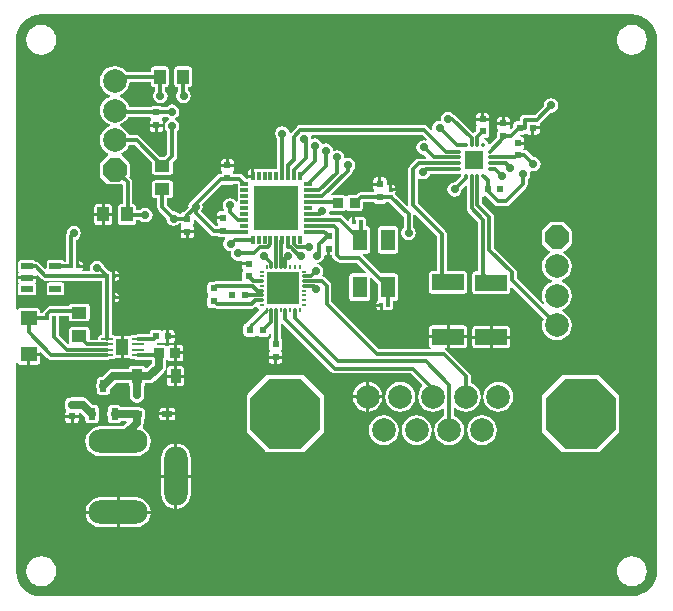
<source format=gtl>
G04 Layer_Physical_Order=1*
G04 Layer_Color=255*
%FSLAX43Y43*%
%MOMM*%
G71*
G01*
G75*
%ADD10R,0.600X0.600*%
%ADD11R,0.600X0.600*%
%ADD12O,0.500X0.300*%
%ADD13O,0.300X0.500*%
%ADD14R,1.500X1.500*%
%ADD15R,2.700X1.400*%
%ADD16R,1.250X1.000*%
%ADD17R,1.000X1.250*%
%ADD18R,0.300X0.300*%
%ADD19R,0.850X0.850*%
%ADD20R,0.300X0.300*%
%ADD21R,1.200X1.800*%
%ADD22R,3.700X3.700*%
%ADD23R,0.300X0.650*%
%ADD24R,0.650X0.300*%
%ADD25O,0.200X0.400*%
%ADD26O,0.400X0.200*%
%ADD27R,2.800X2.800*%
%ADD28R,1.000X0.600*%
%ADD29R,1.400X1.200*%
%ADD30R,1.000X0.200*%
%ADD31R,1.120X1.350*%
%ADD32R,0.910X1.220*%
%ADD33R,0.600X1.000*%
%ADD34R,0.850X0.500*%
%ADD35C,0.300*%
%ADD36C,0.250*%
%ADD37C,0.700*%
%ADD38C,2.000*%
%ADD39P,2.165X8X292.5*%
%ADD40P,6.494X8X112.5*%
%ADD41O,5.000X2.000*%
%ADD42O,2.000X5.000*%
%ADD43C,0.700*%
%ADD44C,0.500*%
G36*
X52500Y49632D02*
Y49632D01*
X52505Y49636D01*
X52917Y49595D01*
X53317Y49473D01*
X53687Y49276D01*
X54010Y49010D01*
X54276Y48687D01*
X54473Y48317D01*
X54595Y47917D01*
X54636Y47505D01*
X54632Y47500D01*
X54632D01*
X54639Y47462D01*
Y2539D01*
X54631Y2500D01*
X54631D01*
X54635Y2496D01*
X54595Y2083D01*
X54473Y1683D01*
X54276Y1313D01*
X54010Y990D01*
X53687Y724D01*
X53317Y527D01*
X52917Y405D01*
X52505Y365D01*
X52500Y369D01*
Y369D01*
X52461Y361D01*
X2623D01*
X2500Y361D01*
X2499Y361D01*
X2375Y369D01*
X2083Y397D01*
X1682Y519D01*
X1313Y716D01*
X989Y982D01*
X723Y1306D01*
X526Y1675D01*
X404Y2076D01*
X364Y2488D01*
X368Y2492D01*
X368D01*
X361Y2526D01*
Y20127D01*
X486Y20151D01*
X542Y20067D01*
X626Y20011D01*
X725Y19991D01*
X1298D01*
Y20850D01*
X1425D01*
Y20977D01*
X2384D01*
Y21018D01*
X2501Y21066D01*
X3000Y20568D01*
X3039Y20509D01*
X3173Y20419D01*
X3330Y20388D01*
X8040D01*
X8198Y20419D01*
X8230Y20441D01*
X8540D01*
X8639Y20461D01*
X8723Y20517D01*
X8745Y20550D01*
X8790Y20541D01*
X9223D01*
Y21475D01*
Y22409D01*
X8790D01*
X8745Y22400D01*
X8723Y22433D01*
X8639Y22489D01*
X8540Y22509D01*
X8452D01*
Y25227D01*
X8500Y25266D01*
X8523D01*
Y25675D01*
Y26084D01*
X8500D01*
X8452Y26123D01*
Y27052D01*
X8500Y27091D01*
X8523D01*
Y27500D01*
Y27909D01*
X8500D01*
X8401Y27889D01*
X8350Y27855D01*
X8299Y27889D01*
X8229Y27903D01*
X7781Y28352D01*
X7769Y28411D01*
X7635Y28610D01*
X7436Y28744D01*
X7200Y28791D01*
X6964Y28744D01*
X6765Y28610D01*
X6631Y28411D01*
X6584Y28175D01*
X6611Y28039D01*
X6508Y27912D01*
X6025D01*
X5965Y28039D01*
X5989Y28076D01*
X6009Y28175D01*
Y28198D01*
X5600D01*
Y28325D01*
X5473D01*
Y28734D01*
X5450D01*
X5412Y28765D01*
Y30541D01*
X5486Y30556D01*
X5685Y30690D01*
X5819Y30889D01*
X5866Y31125D01*
X5819Y31361D01*
X5685Y31560D01*
X5486Y31694D01*
X5250Y31741D01*
X5014Y31694D01*
X4815Y31560D01*
X4681Y31361D01*
X4634Y31125D01*
X4645Y31071D01*
X4619Y31033D01*
X4588Y30875D01*
Y28712D01*
X4431D01*
X4383Y28783D01*
X4299Y28839D01*
X4200Y28859D01*
X3200D01*
X3101Y28839D01*
X3017Y28783D01*
X2961Y28699D01*
X2941Y28600D01*
Y28171D01*
X2814Y28119D01*
X2341Y28591D01*
X2208Y28681D01*
X2050Y28712D01*
X2031D01*
X1983Y28783D01*
X1899Y28839D01*
X1800Y28859D01*
X800D01*
X701Y28839D01*
X617Y28783D01*
X561Y28699D01*
X541Y28600D01*
Y28000D01*
X561Y27901D01*
X611Y27825D01*
X561Y27749D01*
X541Y27650D01*
Y27477D01*
X1300D01*
X2059D01*
Y27529D01*
X2186Y27581D01*
X2559Y27209D01*
X2692Y27119D01*
X2850Y27088D01*
X7628D01*
Y22509D01*
X7540D01*
X7441Y22489D01*
X7357Y22433D01*
X7301Y22349D01*
X7281Y22250D01*
Y22112D01*
X6584D01*
Y22900D01*
X6564Y22999D01*
X6508Y23083D01*
X6424Y23139D01*
X6325Y23159D01*
X5075D01*
X4976Y23139D01*
X4892Y23083D01*
X4836Y22999D01*
X4816Y22900D01*
Y21900D01*
X4829Y21833D01*
X4721Y21762D01*
X3987Y22496D01*
Y23950D01*
X3984Y23965D01*
Y24092D01*
X4816D01*
Y23900D01*
X4836Y23801D01*
X4892Y23717D01*
X4976Y23661D01*
X5075Y23641D01*
X6325D01*
X6424Y23661D01*
X6508Y23717D01*
X6564Y23801D01*
X6584Y23900D01*
Y24900D01*
X6564Y24999D01*
X6508Y25083D01*
X6424Y25139D01*
X6325Y25159D01*
X5075D01*
X4976Y25139D01*
X4892Y25083D01*
X4836Y24999D01*
X4819Y24916D01*
X3258D01*
X3100Y24885D01*
X2966Y24795D01*
X2730Y24559D01*
X2640Y24425D01*
X2628Y24362D01*
X2384D01*
Y24550D01*
X2364Y24649D01*
X2308Y24733D01*
X2224Y24789D01*
X2125Y24809D01*
X725D01*
X626Y24789D01*
X542Y24733D01*
X486Y24649D01*
X361Y24673D01*
Y47377D01*
X361Y47500D01*
X361Y47501D01*
X369Y47625D01*
X397Y47917D01*
X519Y48318D01*
X716Y48687D01*
X982Y49011D01*
X1306Y49277D01*
X1675Y49474D01*
X2076Y49596D01*
X2488Y49636D01*
X2492Y49632D01*
Y49632D01*
X2526Y49639D01*
X52462D01*
X52500Y49632D01*
D02*
G37*
%LPC*%
G36*
X29993Y18513D02*
X29793Y18487D01*
X29488Y18360D01*
X29226Y18159D01*
X29025Y17897D01*
X28898Y17592D01*
X28872Y17392D01*
X29993D01*
Y18513D01*
D02*
G37*
G36*
X31368Y17138D02*
X30247D01*
Y16017D01*
X30447Y16043D01*
X30752Y16170D01*
X31014Y16371D01*
X31215Y16633D01*
X31342Y16938D01*
X31368Y17138D01*
D02*
G37*
G36*
X30247Y18513D02*
Y17392D01*
X31368D01*
X31342Y17592D01*
X31215Y17897D01*
X31014Y18159D01*
X30752Y18360D01*
X30447Y18487D01*
X30247Y18513D01*
D02*
G37*
G36*
X14589Y18898D02*
X14002D01*
Y18156D01*
X14330D01*
X14429Y18176D01*
X14513Y18232D01*
X14569Y18316D01*
X14589Y18415D01*
Y18898D01*
D02*
G37*
G36*
X13748D02*
X13161D01*
Y18415D01*
X13181Y18316D01*
X13237Y18232D01*
X13321Y18176D01*
X13420Y18156D01*
X13748D01*
Y18898D01*
D02*
G37*
G36*
X13600Y16334D02*
X13302D01*
Y15952D01*
X13859D01*
Y16075D01*
X13839Y16174D01*
X13783Y16258D01*
X13699Y16314D01*
X13600Y16334D01*
D02*
G37*
G36*
X13048D02*
X12750D01*
X12651Y16314D01*
X12567Y16258D01*
X12511Y16174D01*
X12491Y16075D01*
Y15952D01*
X13048D01*
Y16334D01*
D02*
G37*
G36*
X32890Y18530D02*
X32563Y18487D01*
X32258Y18360D01*
X31996Y18159D01*
X31795Y17897D01*
X31668Y17592D01*
X31625Y17265D01*
X31668Y16938D01*
X31795Y16633D01*
X31996Y16371D01*
X32258Y16170D01*
X32563Y16043D01*
X32890Y16000D01*
X33217Y16043D01*
X33522Y16170D01*
X33784Y16371D01*
X33985Y16633D01*
X34112Y16938D01*
X34155Y17265D01*
X34112Y17592D01*
X33985Y17897D01*
X33784Y18159D01*
X33522Y18360D01*
X33217Y18487D01*
X32890Y18530D01*
D02*
G37*
G36*
X29993Y17138D02*
X28872D01*
X28898Y16938D01*
X29025Y16633D01*
X29226Y16371D01*
X29488Y16170D01*
X29793Y16043D01*
X29993Y16017D01*
Y17138D01*
D02*
G37*
G36*
X41200Y18530D02*
X40873Y18487D01*
X40568Y18360D01*
X40306Y18159D01*
X40105Y17897D01*
X39978Y17592D01*
X39935Y17265D01*
X39978Y16938D01*
X40105Y16633D01*
X40306Y16371D01*
X40568Y16170D01*
X40873Y16043D01*
X41200Y16000D01*
X41527Y16043D01*
X41832Y16170D01*
X42094Y16371D01*
X42295Y16633D01*
X42422Y16938D01*
X42465Y17265D01*
X42422Y17592D01*
X42295Y17897D01*
X42094Y18159D01*
X41832Y18360D01*
X41527Y18487D01*
X41200Y18530D01*
D02*
G37*
G36*
X14275Y21659D02*
X13977D01*
Y21102D01*
X14534D01*
Y21400D01*
X14514Y21499D01*
X14458Y21583D01*
X14374Y21639D01*
X14275Y21659D01*
D02*
G37*
G36*
X14534Y20848D02*
X13977D01*
Y20291D01*
X14275D01*
X14374Y20311D01*
X14458Y20367D01*
X14514Y20451D01*
X14534Y20550D01*
Y20848D01*
D02*
G37*
G36*
X40473Y22198D02*
X38991D01*
Y21625D01*
X39011Y21526D01*
X39067Y21442D01*
X39151Y21386D01*
X39250Y21366D01*
X40473D01*
Y22198D01*
D02*
G37*
G36*
X38559Y22223D02*
X37077D01*
Y21391D01*
X38300D01*
X38399Y21411D01*
X38483Y21467D01*
X38539Y21551D01*
X38559Y21650D01*
Y22223D01*
D02*
G37*
G36*
X42209Y22198D02*
X40727D01*
Y21366D01*
X41950D01*
X42049Y21386D01*
X42133Y21442D01*
X42189Y21526D01*
X42209Y21625D01*
Y22198D01*
D02*
G37*
G36*
X14330Y19894D02*
X14002D01*
Y19152D01*
X14589D01*
Y19635D01*
X14569Y19734D01*
X14513Y19818D01*
X14429Y19874D01*
X14330Y19894D01*
D02*
G37*
G36*
X13748D02*
X13420D01*
X13321Y19874D01*
X13237Y19818D01*
X13181Y19734D01*
X13161Y19635D01*
Y19152D01*
X13748D01*
Y19894D01*
D02*
G37*
G36*
X2384Y20723D02*
X1552D01*
Y19991D01*
X2125D01*
X2224Y20011D01*
X2308Y20067D01*
X2364Y20151D01*
X2384Y20250D01*
Y20723D01*
D02*
G37*
G36*
X22909Y20498D02*
X22477D01*
Y20066D01*
X22650D01*
X22749Y20086D01*
X22833Y20142D01*
X22889Y20226D01*
X22909Y20325D01*
Y20498D01*
D02*
G37*
G36*
X22223D02*
X21791D01*
Y20325D01*
X21811Y20226D01*
X21867Y20142D01*
X21951Y20086D01*
X22050Y20066D01*
X22223D01*
Y20498D01*
D02*
G37*
G36*
X13859Y15698D02*
X13302D01*
Y15316D01*
X13600D01*
X13699Y15336D01*
X13783Y15392D01*
X13839Y15476D01*
X13859Y15575D01*
Y15698D01*
D02*
G37*
G36*
X13773Y10423D02*
X12635D01*
Y9050D01*
X12678Y8723D01*
X12805Y8418D01*
X13006Y8156D01*
X13268Y7955D01*
X13573Y7828D01*
X13773Y7802D01*
Y10423D01*
D02*
G37*
G36*
X10500Y8765D02*
X9127D01*
Y7627D01*
X11748D01*
X11722Y7827D01*
X11595Y8132D01*
X11394Y8394D01*
X11132Y8595D01*
X10827Y8722D01*
X10500Y8765D01*
D02*
G37*
G36*
X15165Y10423D02*
X14027D01*
Y7802D01*
X14227Y7828D01*
X14532Y7955D01*
X14794Y8156D01*
X14995Y8418D01*
X15122Y8723D01*
X15165Y9050D01*
Y10423D01*
D02*
G37*
G36*
X14027Y13298D02*
Y10677D01*
X15165D01*
Y12050D01*
X15122Y12377D01*
X14995Y12682D01*
X14794Y12944D01*
X14532Y13145D01*
X14227Y13272D01*
X14027Y13298D01*
D02*
G37*
G36*
X13773D02*
X13573Y13272D01*
X13268Y13145D01*
X13006Y12944D01*
X12805Y12682D01*
X12678Y12377D01*
X12635Y12050D01*
Y10677D01*
X13773D01*
Y13298D01*
D02*
G37*
G36*
X52500Y3768D02*
X52483Y3764D01*
X52466Y3765D01*
X52205Y3731D01*
X52173Y3720D01*
X52140Y3714D01*
X51897Y3613D01*
X51868Y3594D01*
X51838Y3579D01*
X51629Y3419D01*
X51607Y3393D01*
X51581Y3371D01*
X51421Y3162D01*
X51406Y3132D01*
X51387Y3103D01*
X51286Y2860D01*
X51280Y2827D01*
X51269Y2795D01*
X51235Y2534D01*
X51237Y2500D01*
X51235Y2466D01*
X51269Y2205D01*
X51280Y2173D01*
X51286Y2140D01*
X51387Y1897D01*
X51406Y1868D01*
X51421Y1838D01*
X51581Y1629D01*
X51607Y1607D01*
X51629Y1581D01*
X51838Y1421D01*
X51868Y1406D01*
X51897Y1387D01*
X52140Y1286D01*
X52173Y1280D01*
X52205Y1269D01*
X52466Y1235D01*
X52483Y1236D01*
X52500Y1232D01*
X52517Y1236D01*
X52534Y1235D01*
X52795Y1269D01*
X52827Y1280D01*
X52860Y1286D01*
X53103Y1387D01*
X53132Y1406D01*
X53162Y1421D01*
X53371Y1581D01*
X53393Y1607D01*
X53419Y1629D01*
X53579Y1838D01*
X53594Y1868D01*
X53613Y1897D01*
X53714Y2140D01*
X53720Y2173D01*
X53731Y2205D01*
X53765Y2466D01*
X53763Y2500D01*
X53765Y2534D01*
X53731Y2795D01*
X53720Y2827D01*
X53714Y2860D01*
X53613Y3103D01*
X53594Y3132D01*
X53579Y3162D01*
X53419Y3371D01*
X53393Y3393D01*
X53371Y3419D01*
X53162Y3579D01*
X53132Y3594D01*
X53103Y3613D01*
X52860Y3714D01*
X52827Y3720D01*
X52795Y3731D01*
X52534Y3765D01*
X52517Y3764D01*
X52500Y3768D01*
D02*
G37*
G36*
X2500D02*
X2483Y3764D01*
X2466Y3765D01*
X2205Y3731D01*
X2173Y3720D01*
X2140Y3714D01*
X1897Y3613D01*
X1868Y3594D01*
X1838Y3579D01*
X1629Y3419D01*
X1607Y3393D01*
X1581Y3371D01*
X1421Y3162D01*
X1406Y3132D01*
X1387Y3103D01*
X1286Y2860D01*
X1280Y2827D01*
X1269Y2795D01*
X1235Y2534D01*
X1237Y2500D01*
X1235Y2466D01*
X1269Y2205D01*
X1280Y2173D01*
X1286Y2140D01*
X1387Y1897D01*
X1406Y1868D01*
X1421Y1838D01*
X1581Y1629D01*
X1607Y1607D01*
X1629Y1581D01*
X1838Y1421D01*
X1868Y1406D01*
X1897Y1387D01*
X2140Y1286D01*
X2173Y1280D01*
X2205Y1269D01*
X2466Y1235D01*
X2483Y1236D01*
X2500Y1232D01*
X2517Y1236D01*
X2534Y1235D01*
X2795Y1269D01*
X2827Y1280D01*
X2860Y1286D01*
X3103Y1387D01*
X3132Y1406D01*
X3162Y1421D01*
X3371Y1581D01*
X3393Y1607D01*
X3419Y1629D01*
X3579Y1838D01*
X3594Y1868D01*
X3613Y1897D01*
X3714Y2140D01*
X3720Y2173D01*
X3731Y2205D01*
X3765Y2466D01*
X3763Y2500D01*
X3765Y2534D01*
X3731Y2795D01*
X3720Y2827D01*
X3714Y2860D01*
X3613Y3103D01*
X3594Y3132D01*
X3579Y3162D01*
X3419Y3371D01*
X3393Y3393D01*
X3371Y3419D01*
X3162Y3579D01*
X3132Y3594D01*
X3103Y3613D01*
X2860Y3714D01*
X2827Y3720D01*
X2795Y3731D01*
X2534Y3765D01*
X2517Y3764D01*
X2500Y3768D01*
D02*
G37*
G36*
X8873Y7373D02*
X6252D01*
X6278Y7173D01*
X6405Y6868D01*
X6606Y6606D01*
X6868Y6405D01*
X7173Y6278D01*
X7500Y6235D01*
X8873D01*
Y7373D01*
D02*
G37*
G36*
Y8765D02*
X7500D01*
X7173Y8722D01*
X6868Y8595D01*
X6606Y8394D01*
X6405Y8132D01*
X6278Y7827D01*
X6252Y7627D01*
X8873D01*
Y8765D01*
D02*
G37*
G36*
X11748Y7373D02*
X9127D01*
Y6235D01*
X10500D01*
X10827Y6278D01*
X11132Y6405D01*
X11394Y6606D01*
X11595Y6868D01*
X11722Y7173D01*
X11748Y7373D01*
D02*
G37*
G36*
X6000Y17216D02*
X5100D01*
X4864Y17169D01*
X4849Y17159D01*
X4800D01*
X4701Y17139D01*
X4617Y17083D01*
X4561Y16999D01*
X4541Y16900D01*
Y16851D01*
X4531Y16836D01*
X4484Y16600D01*
X4531Y16364D01*
X4541Y16349D01*
Y16300D01*
X4561Y16201D01*
X4562Y16199D01*
X4609Y16100D01*
X4562Y16001D01*
X4561Y15999D01*
X4541Y15900D01*
Y15727D01*
X5100D01*
X5659D01*
Y15891D01*
X5681Y15909D01*
X5778Y15951D01*
X6241Y15488D01*
Y15300D01*
X6261Y15201D01*
X6317Y15117D01*
X6401Y15061D01*
X6500Y15041D01*
X7100D01*
X7199Y15061D01*
X7283Y15117D01*
X7339Y15201D01*
X7359Y15300D01*
Y15549D01*
X7369Y15564D01*
X7416Y15800D01*
X7369Y16036D01*
X7359Y16051D01*
Y16300D01*
X7339Y16399D01*
X7283Y16483D01*
X7199Y16539D01*
X7100Y16559D01*
X6912D01*
X6435Y17035D01*
X6236Y17169D01*
X6000Y17216D01*
D02*
G37*
G36*
X39815Y15690D02*
X39488Y15647D01*
X39183Y15520D01*
X38921Y15319D01*
X38720Y15057D01*
X38593Y14752D01*
X38550Y14425D01*
X38593Y14098D01*
X38720Y13793D01*
X38921Y13531D01*
X39183Y13330D01*
X39488Y13203D01*
X39815Y13160D01*
X40142Y13203D01*
X40447Y13330D01*
X40709Y13531D01*
X40910Y13793D01*
X41037Y14098D01*
X41080Y14425D01*
X41037Y14752D01*
X40910Y15057D01*
X40709Y15319D01*
X40447Y15520D01*
X40142Y15647D01*
X39815Y15690D01*
D02*
G37*
G36*
X4973Y15473D02*
X4541D01*
Y15300D01*
X4561Y15201D01*
X4617Y15117D01*
X4701Y15061D01*
X4800Y15041D01*
X4973D01*
Y15473D01*
D02*
G37*
G36*
X13048Y15698D02*
X12491D01*
Y15575D01*
X12511Y15476D01*
X12567Y15392D01*
X12651Y15336D01*
X12750Y15316D01*
X13048D01*
Y15698D01*
D02*
G37*
G36*
X5659Y15473D02*
X5227D01*
Y15041D01*
X5400D01*
X5499Y15061D01*
X5583Y15117D01*
X5639Y15201D01*
X5659Y15300D01*
Y15473D01*
D02*
G37*
G36*
X24660Y19104D02*
X21660D01*
X21561Y19084D01*
X21477Y19028D01*
X19977Y17528D01*
X19921Y17444D01*
X19901Y17345D01*
Y14345D01*
X19921Y14246D01*
X19977Y14162D01*
X21477Y12662D01*
X21561Y12606D01*
X21660Y12586D01*
X24660D01*
X24759Y12606D01*
X24843Y12662D01*
X26343Y14162D01*
X26399Y14246D01*
X26419Y14345D01*
Y17345D01*
X26399Y17444D01*
X26343Y17528D01*
X24843Y19028D01*
X24759Y19084D01*
X24660Y19104D01*
D02*
G37*
G36*
X9000Y16559D02*
X8400D01*
X8301Y16539D01*
X8217Y16483D01*
X8161Y16399D01*
X8141Y16300D01*
Y16051D01*
X8131Y16036D01*
X8084Y15800D01*
X8131Y15564D01*
X8141Y15549D01*
Y15300D01*
X8161Y15201D01*
X8217Y15117D01*
X8301Y15061D01*
X8400Y15041D01*
X9000D01*
X9099Y15061D01*
X9183Y15117D01*
X9239Y15201D01*
X9241Y15209D01*
X9672D01*
X9721Y15092D01*
X9394Y14765D01*
X7500D01*
X7173Y14722D01*
X6868Y14595D01*
X6606Y14394D01*
X6405Y14132D01*
X6278Y13827D01*
X6235Y13500D01*
X6278Y13173D01*
X6405Y12868D01*
X6606Y12606D01*
X6868Y12405D01*
X7173Y12278D01*
X7500Y12235D01*
X10500D01*
X10827Y12278D01*
X11132Y12405D01*
X11394Y12606D01*
X11595Y12868D01*
X11722Y13173D01*
X11765Y13500D01*
X11722Y13827D01*
X11595Y14132D01*
X11394Y14394D01*
X11132Y14595D01*
X11106Y14606D01*
X11069Y14728D01*
X11144Y14839D01*
X11191Y15075D01*
Y15403D01*
X11239Y15476D01*
X11259Y15575D01*
Y16075D01*
X11239Y16174D01*
X11183Y16258D01*
X11099Y16314D01*
X11000Y16334D01*
X10900D01*
X10811Y16394D01*
X10575Y16441D01*
X9211D01*
X9183Y16483D01*
X9099Y16539D01*
X9000Y16559D01*
D02*
G37*
G36*
X49660Y19104D02*
X46660D01*
X46561Y19084D01*
X46477Y19028D01*
X44977Y17528D01*
X44921Y17444D01*
X44901Y17345D01*
Y14345D01*
X44921Y14246D01*
X44977Y14162D01*
X46477Y12662D01*
X46561Y12606D01*
X46660Y12586D01*
X49660D01*
X49759Y12606D01*
X49843Y12662D01*
X51343Y14162D01*
X51399Y14246D01*
X51419Y14345D01*
Y17345D01*
X51399Y17444D01*
X51343Y17528D01*
X49843Y19028D01*
X49759Y19084D01*
X49660Y19104D01*
D02*
G37*
G36*
X34275Y15690D02*
X33948Y15647D01*
X33643Y15520D01*
X33381Y15319D01*
X33180Y15057D01*
X33053Y14752D01*
X33010Y14425D01*
X33053Y14098D01*
X33180Y13793D01*
X33381Y13531D01*
X33643Y13330D01*
X33948Y13203D01*
X34275Y13160D01*
X34602Y13203D01*
X34907Y13330D01*
X35169Y13531D01*
X35370Y13793D01*
X35497Y14098D01*
X35540Y14425D01*
X35497Y14752D01*
X35370Y15057D01*
X35169Y15319D01*
X34907Y15520D01*
X34602Y15647D01*
X34275Y15690D01*
D02*
G37*
G36*
X31505D02*
X31178Y15647D01*
X30873Y15520D01*
X30611Y15319D01*
X30410Y15057D01*
X30283Y14752D01*
X30240Y14425D01*
X30283Y14098D01*
X30410Y13793D01*
X30611Y13531D01*
X30873Y13330D01*
X31178Y13203D01*
X31505Y13160D01*
X31832Y13203D01*
X32137Y13330D01*
X32399Y13531D01*
X32600Y13793D01*
X32727Y14098D01*
X32770Y14425D01*
X32727Y14752D01*
X32600Y15057D01*
X32399Y15319D01*
X32137Y15520D01*
X31832Y15647D01*
X31505Y15690D01*
D02*
G37*
G36*
X13784Y22248D02*
X13352D01*
Y21816D01*
X13525D01*
X13624Y21836D01*
X13708Y21892D01*
X13764Y21976D01*
X13784Y22075D01*
Y22248D01*
D02*
G37*
G36*
X18123Y37409D02*
X17950D01*
X17851Y37389D01*
X17767Y37333D01*
X17711Y37249D01*
X17691Y37150D01*
Y36977D01*
X18123D01*
Y37409D01*
D02*
G37*
G36*
X20273Y36534D02*
X20250D01*
X20151Y36514D01*
X20067Y36458D01*
X20011Y36374D01*
X19991Y36275D01*
Y36077D01*
X20273D01*
Y36534D01*
D02*
G37*
G36*
X44684Y39898D02*
X44252D01*
Y39466D01*
X44425D01*
X44524Y39486D01*
X44608Y39542D01*
X44664Y39626D01*
X44684Y39725D01*
Y39898D01*
D02*
G37*
G36*
X18550Y37409D02*
X18377D01*
Y36977D01*
X18809D01*
Y37150D01*
X18789Y37249D01*
X18733Y37333D01*
X18649Y37389D01*
X18550Y37409D01*
D02*
G37*
G36*
X8509Y32573D02*
X7877D01*
Y31816D01*
X8250D01*
X8349Y31836D01*
X8433Y31892D01*
X8489Y31976D01*
X8509Y32075D01*
Y32573D01*
D02*
G37*
G36*
X7623D02*
X6991D01*
Y32075D01*
X7011Y31976D01*
X7067Y31892D01*
X7151Y31836D01*
X7250Y31816D01*
X7623D01*
Y32573D01*
D02*
G37*
G36*
X8250Y33584D02*
X7877D01*
Y32827D01*
X8509D01*
Y33325D01*
X8489Y33424D01*
X8433Y33508D01*
X8349Y33564D01*
X8250Y33584D01*
D02*
G37*
G36*
X7623D02*
X7250D01*
X7151Y33564D01*
X7067Y33508D01*
X7011Y33424D01*
X6991Y33325D01*
Y32827D01*
X7623D01*
Y33584D01*
D02*
G37*
G36*
X45650Y42566D02*
X45414Y42519D01*
X45215Y42385D01*
X45081Y42186D01*
X45034Y41950D01*
X45040Y41922D01*
X44258Y41141D01*
X43421D01*
X43263Y41110D01*
X43130Y41020D01*
X43040Y40887D01*
X43009Y40729D01*
Y40584D01*
X42725D01*
X42626Y40564D01*
X42542Y40508D01*
X42486Y40424D01*
X42466Y40325D01*
Y40145D01*
X42257Y39935D01*
X42158Y40016D01*
X42164Y40026D01*
X42184Y40125D01*
Y40298D01*
X41625D01*
X41066D01*
Y40125D01*
X41086Y40026D01*
X41142Y39942D01*
Y39808D01*
X41086Y39724D01*
X41066Y39625D01*
Y39224D01*
X40448Y38605D01*
X40333Y38670D01*
X40306Y38808D01*
X40216Y38941D01*
X40083Y39031D01*
X40069Y39033D01*
X40002Y39176D01*
X40004Y39180D01*
X40022Y39191D01*
X40175D01*
X40274Y39211D01*
X40358Y39267D01*
X40414Y39351D01*
X40434Y39450D01*
Y40050D01*
X40414Y40149D01*
X40413Y40151D01*
X40366Y40250D01*
X40413Y40349D01*
X40414Y40351D01*
X40434Y40450D01*
Y40623D01*
X39316D01*
Y40450D01*
X39336Y40351D01*
X39337Y40349D01*
X39384Y40250D01*
X39337Y40151D01*
X39336Y40149D01*
X39316Y40050D01*
Y39774D01*
X39190Y39647D01*
X39024Y39633D01*
X37591Y41066D01*
X37458Y41156D01*
X37388Y41169D01*
X37360Y41210D01*
X37161Y41344D01*
X36925Y41391D01*
X36689Y41344D01*
X36490Y41210D01*
X36356Y41011D01*
X36309Y40775D01*
X36318Y40730D01*
X36228Y40640D01*
X36225Y40641D01*
X35989Y40594D01*
X35790Y40460D01*
X35656Y40261D01*
X35609Y40025D01*
X35633Y39904D01*
X35516Y39841D01*
X35212Y40145D01*
X35079Y40235D01*
X34921Y40266D01*
X24429D01*
X24271Y40235D01*
X24138Y40145D01*
X23628Y39636D01*
X23491Y39674D01*
X23469Y39786D01*
X23335Y39985D01*
X23136Y40119D01*
X22900Y40166D01*
X22664Y40119D01*
X22465Y39985D01*
X22331Y39786D01*
X22284Y39550D01*
X22331Y39314D01*
X22465Y39115D01*
X22488Y39099D01*
Y36534D01*
X22250D01*
X22151Y36514D01*
X22150Y36514D01*
X22149Y36514D01*
X22050Y36534D01*
X21750D01*
X21651Y36514D01*
X21650Y36514D01*
X21649Y36514D01*
X21550Y36534D01*
X21250D01*
X21151Y36514D01*
X21150Y36514D01*
X21149Y36514D01*
X21050Y36534D01*
X20750D01*
X20651Y36514D01*
X20650Y36514D01*
X20649Y36514D01*
X20550Y36534D01*
X20527D01*
Y36399D01*
X20511Y36374D01*
X20491Y36275D01*
Y35950D01*
X20400D01*
Y35823D01*
X19991D01*
Y35735D01*
X19864Y35690D01*
X19538Y36016D01*
X19405Y36106D01*
X19247Y36137D01*
X18792D01*
X18789Y36149D01*
X18733Y36233D01*
Y36367D01*
X18789Y36451D01*
X18809Y36550D01*
Y36723D01*
X18250D01*
X17691D01*
Y36550D01*
X17711Y36451D01*
X17767Y36367D01*
Y36240D01*
X17700Y36137D01*
X17542Y36106D01*
X17409Y36016D01*
X15331Y33938D01*
X15140Y33810D01*
X15006Y33611D01*
X14959Y33375D01*
X14965Y33347D01*
X14559Y32941D01*
X14535Y32906D01*
X14451Y32889D01*
X14367Y32833D01*
X14319Y32762D01*
X14151D01*
X14135Y32785D01*
X13936Y32919D01*
X13700Y32966D01*
X13672Y32960D01*
X13162Y33471D01*
Y34066D01*
X13375D01*
X13474Y34086D01*
X13558Y34142D01*
X13614Y34226D01*
X13634Y34325D01*
Y35325D01*
X13614Y35424D01*
X13558Y35508D01*
X13474Y35564D01*
X13375Y35584D01*
X12125D01*
X12026Y35564D01*
X11942Y35508D01*
X11886Y35424D01*
X11866Y35325D01*
Y34325D01*
X11886Y34226D01*
X11942Y34142D01*
X12026Y34086D01*
X12125Y34066D01*
X12338D01*
Y33300D01*
X12369Y33142D01*
X12459Y33009D01*
X13090Y32378D01*
X13084Y32350D01*
X13131Y32114D01*
X13265Y31915D01*
X13464Y31781D01*
X13700Y31734D01*
X13936Y31781D01*
X14135Y31915D01*
X14151Y31938D01*
X14319D01*
X14367Y31867D01*
Y31733D01*
X14311Y31649D01*
X14291Y31550D01*
Y31377D01*
X14850D01*
X15409D01*
Y31550D01*
X15389Y31649D01*
X15333Y31733D01*
Y31867D01*
X15389Y31951D01*
X15409Y32050D01*
Y32243D01*
X15526Y32291D01*
X16809Y31009D01*
X16942Y30919D01*
X17100Y30888D01*
X17411D01*
X17442Y30842D01*
X17526Y30786D01*
X17625Y30766D01*
X18056D01*
X18095Y30639D01*
X18090Y30635D01*
X17956Y30436D01*
X17909Y30200D01*
X17956Y29964D01*
X18090Y29765D01*
X18289Y29631D01*
X18525Y29584D01*
X18563Y29546D01*
X18534Y29400D01*
X18581Y29164D01*
X18715Y28965D01*
X18914Y28831D01*
X19150Y28784D01*
X19364Y28827D01*
X19446Y28784D01*
X19491Y28749D01*
Y28677D01*
X20050D01*
Y28423D01*
X19491D01*
Y28250D01*
X19511Y28151D01*
X19567Y28067D01*
Y27933D01*
X19511Y27849D01*
X19491Y27750D01*
Y27150D01*
X19384Y27037D01*
X17300D01*
X17160Y27009D01*
X16825D01*
X16726Y26989D01*
X16642Y26933D01*
X16586Y26849D01*
X16566Y26750D01*
Y26150D01*
X16586Y26051D01*
X16642Y25967D01*
Y25833D01*
X16586Y25749D01*
X16566Y25650D01*
Y25050D01*
X16586Y24951D01*
X16642Y24867D01*
X16726Y24811D01*
X16825Y24791D01*
X17123D01*
X17192Y24744D01*
X17350Y24713D01*
X20300D01*
X20458Y24744D01*
X20591Y24834D01*
X20630Y24872D01*
X20785Y24847D01*
X20820Y24795D01*
X20924Y24725D01*
X20947Y24685D01*
X20974Y24595D01*
X19902Y23523D01*
X19876Y23484D01*
X19875D01*
X19776Y23464D01*
X19692Y23408D01*
X19636Y23324D01*
X19616Y23225D01*
Y22625D01*
X19636Y22526D01*
X19692Y22442D01*
X19776Y22386D01*
X19875Y22366D01*
X20475D01*
X20574Y22386D01*
X20658Y22442D01*
X20792D01*
X20876Y22386D01*
X20975Y22366D01*
X21575D01*
X21674Y22386D01*
X21758Y22442D01*
X21814Y22526D01*
X21834Y22625D01*
Y22781D01*
X21836Y22782D01*
X21963Y22714D01*
Y22267D01*
X21951Y22264D01*
X21867Y22208D01*
X21811Y22124D01*
X21791Y22025D01*
Y21425D01*
X21811Y21326D01*
X21867Y21242D01*
Y21108D01*
X21811Y21024D01*
X21791Y20925D01*
Y20752D01*
X22909D01*
Y20925D01*
X22889Y21024D01*
X22833Y21108D01*
Y21242D01*
X22889Y21326D01*
X22909Y21425D01*
Y22025D01*
X22889Y22124D01*
X22833Y22208D01*
X22787Y22239D01*
Y23457D01*
X22795Y23464D01*
X22914Y23504D01*
X27059Y19359D01*
X27192Y19269D01*
X27350Y19238D01*
X33804D01*
X34773Y18270D01*
X34766Y18159D01*
X34565Y17897D01*
X34438Y17592D01*
X34395Y17265D01*
X34438Y16938D01*
X34565Y16633D01*
X34766Y16371D01*
X35028Y16170D01*
X35333Y16043D01*
X35660Y16000D01*
X35987Y16043D01*
X36292Y16170D01*
X36486Y16318D01*
X36613Y16256D01*
Y15603D01*
X36413Y15520D01*
X36151Y15319D01*
X35950Y15057D01*
X35823Y14752D01*
X35780Y14425D01*
X35823Y14098D01*
X35950Y13793D01*
X36151Y13531D01*
X36413Y13330D01*
X36718Y13203D01*
X37045Y13160D01*
X37372Y13203D01*
X37677Y13330D01*
X37939Y13531D01*
X38140Y13793D01*
X38267Y14098D01*
X38310Y14425D01*
X38267Y14752D01*
X38140Y15057D01*
X37939Y15319D01*
X37677Y15520D01*
X37437Y15620D01*
Y16307D01*
X37564Y16349D01*
X37798Y16170D01*
X38103Y16043D01*
X38430Y16000D01*
X38757Y16043D01*
X39062Y16170D01*
X39324Y16371D01*
X39525Y16633D01*
X39652Y16938D01*
X39695Y17265D01*
X39652Y17592D01*
X39525Y17897D01*
X39324Y18159D01*
X39062Y18360D01*
X38842Y18452D01*
Y19012D01*
X38811Y19170D01*
X38721Y19303D01*
X36858Y21166D01*
X36725Y21256D01*
X36682Y21264D01*
X36695Y21391D01*
X36823D01*
Y22223D01*
X35341D01*
Y21650D01*
X35361Y21551D01*
X35417Y21467D01*
X35496Y21414D01*
X35498Y21404D01*
X35470Y21287D01*
X31096D01*
X27062Y25321D01*
Y26675D01*
X27031Y26833D01*
X26941Y26966D01*
X26566Y27341D01*
X26433Y27431D01*
X26329Y27451D01*
X26270Y27564D01*
X26269Y27589D01*
X26319Y27664D01*
X26366Y27900D01*
X26319Y28136D01*
X26185Y28335D01*
X25986Y28469D01*
X25878Y28490D01*
Y28620D01*
X26061Y28656D01*
X26260Y28790D01*
X26394Y28989D01*
X26441Y29225D01*
X26564Y29241D01*
X26698D01*
Y29800D01*
X26952D01*
Y29241D01*
X27123D01*
X27148Y29113D01*
X27238Y28980D01*
X27484Y28734D01*
X27617Y28644D01*
X27775Y28613D01*
X29204D01*
X29981Y27836D01*
X29929Y27709D01*
X28850D01*
X28751Y27689D01*
X28667Y27633D01*
X28611Y27549D01*
X28591Y27450D01*
Y25650D01*
X28611Y25551D01*
X28667Y25467D01*
X28751Y25411D01*
X28850Y25391D01*
X30050D01*
X30149Y25411D01*
X30233Y25467D01*
X30289Y25551D01*
X30309Y25650D01*
Y27329D01*
X30436Y27381D01*
X30991Y26826D01*
Y25650D01*
X31011Y25551D01*
X31017Y25542D01*
X31025Y25427D01*
X30981Y25384D01*
X30942Y25358D01*
X30886Y25274D01*
X30866Y25175D01*
Y25152D01*
X31275D01*
Y25025D01*
X31402D01*
Y24616D01*
X31425D01*
X31524Y24636D01*
X31575Y24670D01*
X31626Y24636D01*
X31725Y24616D01*
X31860D01*
X31875Y24613D01*
X31890Y24616D01*
X32025D01*
X32124Y24636D01*
X32208Y24692D01*
X32264Y24776D01*
X32284Y24875D01*
Y25010D01*
X32287Y25025D01*
Y25391D01*
X32450D01*
X32549Y25411D01*
X32633Y25467D01*
X32689Y25551D01*
X32709Y25650D01*
Y27450D01*
X32689Y27549D01*
X32633Y27633D01*
X32549Y27689D01*
X32450Y27709D01*
X31274D01*
X29719Y29264D01*
X29771Y29391D01*
X30050D01*
X30149Y29411D01*
X30233Y29467D01*
X30289Y29551D01*
X30309Y29650D01*
Y31450D01*
X30289Y31549D01*
X30233Y31633D01*
X30149Y31689D01*
X30050Y31709D01*
X29987D01*
Y32100D01*
X29984Y32115D01*
Y32250D01*
X29964Y32349D01*
X29908Y32433D01*
X29824Y32489D01*
X29725Y32509D01*
X29590D01*
X29575Y32512D01*
X29560Y32509D01*
X29425D01*
X29326Y32489D01*
X29275Y32455D01*
X29224Y32489D01*
X29125Y32509D01*
X29102D01*
Y32100D01*
X28848D01*
Y32509D01*
X28825D01*
X28726Y32489D01*
X28642Y32433D01*
X28586Y32349D01*
X28566Y32250D01*
Y32182D01*
X28449Y32134D01*
X28041Y32541D01*
X27908Y32631D01*
X27750Y32662D01*
X26958D01*
X26879Y32789D01*
X26915Y32969D01*
X26962Y33003D01*
X27034Y33030D01*
X27101Y32986D01*
X27200Y32966D01*
X28050D01*
X28149Y32986D01*
X28233Y33042D01*
X28252Y33070D01*
X28398D01*
X28417Y33042D01*
X28501Y32986D01*
X28600Y32966D01*
X29450D01*
X29549Y32986D01*
X29633Y33042D01*
X29689Y33126D01*
X29709Y33225D01*
Y33751D01*
X29721Y33763D01*
X30644D01*
X30692Y33692D01*
X30776Y33636D01*
X30875Y33616D01*
X31475D01*
X31574Y33636D01*
X31658Y33692D01*
X31714Y33776D01*
X31717Y33788D01*
X31929D01*
X33188Y32529D01*
Y31601D01*
X33165Y31585D01*
X33031Y31386D01*
X32984Y31150D01*
X33031Y30914D01*
X33165Y30715D01*
X33364Y30581D01*
X33600Y30534D01*
X33836Y30581D01*
X34035Y30715D01*
X34169Y30914D01*
X34216Y31150D01*
X34169Y31386D01*
X34035Y31585D01*
X34012Y31601D01*
Y32676D01*
X34070Y32715D01*
X34135Y32733D01*
X35988Y30879D01*
Y27909D01*
X35600D01*
X35501Y27889D01*
X35417Y27833D01*
X35361Y27749D01*
X35341Y27650D01*
Y26250D01*
X35361Y26151D01*
X35417Y26067D01*
X35501Y26011D01*
X35600Y25991D01*
X38300D01*
X38399Y26011D01*
X38483Y26067D01*
X38539Y26151D01*
X38559Y26250D01*
Y27650D01*
X38539Y27749D01*
X38483Y27833D01*
X38399Y27889D01*
X38300Y27909D01*
X36812D01*
Y31050D01*
X36781Y31208D01*
X36691Y31341D01*
X34387Y33646D01*
Y35730D01*
X34514Y35798D01*
X34614Y35731D01*
X34850Y35684D01*
X35086Y35731D01*
X35285Y35865D01*
X35419Y36064D01*
X35429Y36113D01*
X37891D01*
X38001Y36101D01*
X38013Y35991D01*
Y35921D01*
X37528Y35435D01*
X37500Y35441D01*
X37264Y35394D01*
X37065Y35260D01*
X36931Y35061D01*
X36884Y34825D01*
X36931Y34589D01*
X37065Y34390D01*
X37264Y34256D01*
X37500Y34209D01*
X37736Y34256D01*
X37935Y34390D01*
X38069Y34589D01*
X38116Y34825D01*
X38110Y34853D01*
X38396Y35138D01*
X38513Y35090D01*
Y33213D01*
X38544Y33055D01*
X38634Y32921D01*
X39463Y32092D01*
Y27884D01*
X39250D01*
X39151Y27864D01*
X39067Y27808D01*
X39011Y27724D01*
X38991Y27625D01*
Y26225D01*
X39011Y26126D01*
X39067Y26042D01*
X39151Y25986D01*
X39250Y25966D01*
X41950D01*
X42049Y25986D01*
X42133Y26042D01*
X42189Y26126D01*
X42209Y26225D01*
Y26518D01*
X42326Y26566D01*
X45020Y23873D01*
X44928Y23652D01*
X44885Y23325D01*
X44928Y22998D01*
X45055Y22693D01*
X45256Y22431D01*
X45518Y22230D01*
X45823Y22103D01*
X46150Y22060D01*
X46477Y22103D01*
X46782Y22230D01*
X47044Y22431D01*
X47245Y22693D01*
X47372Y22998D01*
X47415Y23325D01*
X47372Y23652D01*
X47245Y23957D01*
X47044Y24219D01*
X46782Y24420D01*
X46575Y24506D01*
Y24644D01*
X46782Y24730D01*
X47044Y24931D01*
X47245Y25193D01*
X47372Y25498D01*
X47415Y25825D01*
X47372Y26152D01*
X47245Y26457D01*
X47044Y26719D01*
X46782Y26920D01*
X46575Y27006D01*
Y27144D01*
X46782Y27230D01*
X47044Y27431D01*
X47245Y27693D01*
X47372Y27998D01*
X47415Y28325D01*
X47372Y28652D01*
X47245Y28957D01*
X47044Y29219D01*
X46782Y29420D01*
X46713Y29449D01*
X46726Y29581D01*
X46749Y29586D01*
X46833Y29642D01*
X47333Y30142D01*
X47389Y30226D01*
X47409Y30325D01*
Y31325D01*
X47389Y31424D01*
X47333Y31508D01*
X46833Y32008D01*
X46833Y32008D01*
X46749Y32064D01*
X46650Y32084D01*
X45650D01*
X45551Y32064D01*
X45467Y32008D01*
X44967Y31508D01*
X44911Y31424D01*
X44891Y31325D01*
Y30325D01*
X44911Y30226D01*
X44967Y30142D01*
X45467Y29642D01*
X45467Y29642D01*
X45551Y29586D01*
X45574Y29581D01*
X45587Y29449D01*
X45518Y29420D01*
X45256Y29219D01*
X45055Y28957D01*
X44928Y28652D01*
X44885Y28325D01*
X44928Y27998D01*
X45055Y27693D01*
X45256Y27431D01*
X45518Y27230D01*
X45725Y27144D01*
Y27006D01*
X45518Y26920D01*
X45256Y26719D01*
X45055Y26457D01*
X44928Y26152D01*
X44885Y25825D01*
X44928Y25498D01*
X45055Y25193D01*
X45088Y25149D01*
X44992Y25065D01*
X42766Y27292D01*
Y27792D01*
X42735Y27950D01*
X42645Y28084D01*
X40841Y29888D01*
Y32492D01*
X40810Y32650D01*
X40720Y32783D01*
X39837Y33667D01*
Y34192D01*
X39862Y34219D01*
X39964Y34278D01*
X40025Y34266D01*
X40130D01*
X40862Y33534D01*
X40996Y33444D01*
X41154Y33413D01*
X41850D01*
X42008Y33444D01*
X42141Y33534D01*
X43566Y34959D01*
X43656Y35092D01*
X43687Y35250D01*
Y35649D01*
X43710Y35665D01*
X43844Y35864D01*
X43891Y36100D01*
X43851Y36299D01*
X43867Y36326D01*
X43924Y36383D01*
X43951Y36399D01*
X44150Y36359D01*
X44386Y36406D01*
X44585Y36540D01*
X44719Y36739D01*
X44766Y36975D01*
X44719Y37211D01*
X44585Y37410D01*
X44386Y37544D01*
X44150Y37591D01*
X44122Y37585D01*
X43666Y38041D01*
X43533Y38131D01*
X43388Y38159D01*
X43326Y38270D01*
X43363Y38349D01*
X43364Y38351D01*
X43384Y38450D01*
Y38623D01*
X42825D01*
Y38877D01*
X43384D01*
Y39050D01*
X43364Y39149D01*
X43308Y39233D01*
X43224Y39289D01*
X43125Y39309D01*
X43080D01*
X43013Y39436D01*
X43034Y39466D01*
X43325D01*
X43424Y39486D01*
X43508Y39542D01*
X43642D01*
X43726Y39486D01*
X43825Y39466D01*
X43998D01*
Y40025D01*
X44125D01*
Y40152D01*
X44684D01*
Y40325D01*
X44668Y40403D01*
X44720Y40438D01*
X45622Y41340D01*
X45650Y41334D01*
X45886Y41381D01*
X46085Y41515D01*
X46219Y41714D01*
X46266Y41950D01*
X46219Y42186D01*
X46085Y42385D01*
X45886Y42519D01*
X45650Y42566D01*
D02*
G37*
G36*
X8725Y45265D02*
X8398Y45222D01*
X8093Y45095D01*
X7831Y44894D01*
X7630Y44632D01*
X7503Y44327D01*
X7460Y44000D01*
X7503Y43673D01*
X7630Y43368D01*
X7831Y43106D01*
X8093Y42905D01*
X8300Y42819D01*
Y42681D01*
X8093Y42595D01*
X7831Y42394D01*
X7630Y42132D01*
X7503Y41827D01*
X7460Y41500D01*
X7503Y41173D01*
X7630Y40868D01*
X7831Y40606D01*
X8093Y40405D01*
X8300Y40319D01*
Y40181D01*
X8093Y40095D01*
X7831Y39894D01*
X7630Y39632D01*
X7503Y39327D01*
X7460Y39000D01*
X7503Y38673D01*
X7630Y38368D01*
X7831Y38106D01*
X8093Y37905D01*
X8162Y37876D01*
X8149Y37744D01*
X8126Y37739D01*
X8042Y37683D01*
X7542Y37183D01*
X7486Y37099D01*
X7466Y37000D01*
Y36000D01*
X7486Y35901D01*
X7542Y35817D01*
X8042Y35317D01*
X8042Y35317D01*
X8126Y35261D01*
X8225Y35241D01*
X9225D01*
X9261Y35248D01*
X9380Y35168D01*
X9388Y35154D01*
Y33584D01*
X9250D01*
X9151Y33564D01*
X9067Y33508D01*
X9011Y33424D01*
X8991Y33325D01*
Y32075D01*
X9011Y31976D01*
X9067Y31892D01*
X9151Y31836D01*
X9250Y31816D01*
X10250D01*
X10349Y31836D01*
X10433Y31892D01*
X10489Y31976D01*
X10509Y32075D01*
Y32238D01*
X10849D01*
X10865Y32215D01*
X11064Y32081D01*
X11300Y32034D01*
X11536Y32081D01*
X11735Y32215D01*
X11869Y32414D01*
X11916Y32650D01*
X11869Y32886D01*
X11735Y33085D01*
X11536Y33219D01*
X11300Y33266D01*
X11064Y33219D01*
X10865Y33085D01*
X10849Y33062D01*
X10509D01*
Y33325D01*
X10489Y33424D01*
X10433Y33508D01*
X10349Y33564D01*
X10250Y33584D01*
X10212D01*
Y35425D01*
X10181Y35583D01*
X10091Y35716D01*
X9941Y35866D01*
X9964Y35901D01*
X9984Y36000D01*
Y37000D01*
X9964Y37099D01*
X9908Y37183D01*
X9408Y37683D01*
X9408Y37683D01*
X9324Y37739D01*
X9301Y37744D01*
X9288Y37876D01*
X9357Y37905D01*
X9619Y38106D01*
X9820Y38368D01*
X9912Y38588D01*
X10404D01*
X11866Y37126D01*
Y36325D01*
X11886Y36226D01*
X11942Y36142D01*
X12026Y36086D01*
X12125Y36066D01*
X13375D01*
X13474Y36086D01*
X13558Y36142D01*
X13614Y36226D01*
X13634Y36325D01*
Y37126D01*
X13866Y37359D01*
X13956Y37492D01*
X13987Y37650D01*
Y39724D01*
X14010Y39740D01*
X14144Y39939D01*
X14191Y40175D01*
X14144Y40411D01*
X14010Y40610D01*
X13842Y40723D01*
X13831Y40835D01*
X13839Y40866D01*
X13985Y40965D01*
X14119Y41164D01*
X14166Y41400D01*
X14119Y41636D01*
X13985Y41835D01*
X13786Y41969D01*
X13550Y42016D01*
X13314Y41969D01*
X13115Y41835D01*
X13065Y41762D01*
X12781D01*
X12733Y41833D01*
X12649Y41889D01*
X12550Y41909D01*
X11950D01*
X11851Y41889D01*
X11767Y41833D01*
X11719Y41762D01*
X9955D01*
X9947Y41827D01*
X9820Y42132D01*
X9619Y42394D01*
X9357Y42595D01*
X9150Y42681D01*
Y42819D01*
X9357Y42905D01*
X9619Y43106D01*
X9820Y43368D01*
X9947Y43673D01*
X9982Y43938D01*
X11766D01*
Y43725D01*
X11786Y43626D01*
X11842Y43542D01*
X11926Y43486D01*
X12025Y43466D01*
X12113D01*
Y43146D01*
X12006Y42986D01*
X11959Y42750D01*
X12006Y42514D01*
X12140Y42315D01*
X12339Y42181D01*
X12575Y42134D01*
X12811Y42181D01*
X13010Y42315D01*
X13144Y42514D01*
X13191Y42750D01*
X13144Y42986D01*
X13010Y43185D01*
X12937Y43235D01*
Y43466D01*
X13025D01*
X13124Y43486D01*
X13208Y43542D01*
X13264Y43626D01*
X13284Y43725D01*
Y44975D01*
X13264Y45074D01*
X13208Y45158D01*
X13124Y45214D01*
X13025Y45234D01*
X12025D01*
X11926Y45214D01*
X11842Y45158D01*
X11786Y45074D01*
X11766Y44975D01*
Y44762D01*
X9721D01*
X9619Y44894D01*
X9357Y45095D01*
X9052Y45222D01*
X8725Y45265D01*
D02*
G37*
G36*
X15025Y45234D02*
X14025D01*
X13926Y45214D01*
X13842Y45158D01*
X13786Y45074D01*
X13766Y44975D01*
Y43725D01*
X13786Y43626D01*
X13842Y43542D01*
X13926Y43486D01*
X14025Y43466D01*
X14113D01*
Y43158D01*
X13981Y42961D01*
X13934Y42725D01*
X13981Y42489D01*
X14115Y42290D01*
X14314Y42156D01*
X14550Y42109D01*
X14786Y42156D01*
X14985Y42290D01*
X15119Y42489D01*
X15166Y42725D01*
X15119Y42961D01*
X14985Y43160D01*
X14937Y43193D01*
Y43466D01*
X15025D01*
X15124Y43486D01*
X15208Y43542D01*
X15264Y43626D01*
X15284Y43725D01*
Y44975D01*
X15264Y45074D01*
X15208Y45158D01*
X15124Y45214D01*
X15025Y45234D01*
D02*
G37*
G36*
X52500Y48768D02*
X52483Y48764D01*
X52466Y48765D01*
X52205Y48731D01*
X52173Y48720D01*
X52140Y48714D01*
X51897Y48613D01*
X51868Y48594D01*
X51838Y48579D01*
X51629Y48419D01*
X51607Y48393D01*
X51581Y48371D01*
X51421Y48162D01*
X51406Y48132D01*
X51387Y48103D01*
X51286Y47860D01*
X51280Y47827D01*
X51269Y47795D01*
X51235Y47534D01*
X51237Y47500D01*
X51235Y47466D01*
X51269Y47205D01*
X51280Y47173D01*
X51286Y47140D01*
X51387Y46897D01*
X51406Y46868D01*
X51421Y46838D01*
X51581Y46629D01*
X51607Y46607D01*
X51629Y46581D01*
X51838Y46421D01*
X51868Y46406D01*
X51897Y46387D01*
X52140Y46286D01*
X52173Y46280D01*
X52205Y46269D01*
X52466Y46235D01*
X52483Y46236D01*
X52500Y46232D01*
X52517Y46236D01*
X52534Y46235D01*
X52795Y46269D01*
X52827Y46280D01*
X52860Y46286D01*
X53103Y46387D01*
X53132Y46406D01*
X53162Y46421D01*
X53371Y46581D01*
X53393Y46607D01*
X53419Y46629D01*
X53579Y46838D01*
X53594Y46868D01*
X53613Y46897D01*
X53714Y47140D01*
X53720Y47173D01*
X53731Y47205D01*
X53765Y47466D01*
X53763Y47500D01*
X53765Y47534D01*
X53731Y47795D01*
X53720Y47827D01*
X53714Y47860D01*
X53613Y48103D01*
X53594Y48132D01*
X53579Y48162D01*
X53419Y48371D01*
X53393Y48393D01*
X53371Y48419D01*
X53162Y48579D01*
X53132Y48594D01*
X53103Y48613D01*
X52860Y48714D01*
X52827Y48720D01*
X52795Y48731D01*
X52534Y48765D01*
X52517Y48764D01*
X52500Y48768D01*
D02*
G37*
G36*
X2500D02*
X2483Y48764D01*
X2466Y48765D01*
X2205Y48731D01*
X2173Y48720D01*
X2140Y48714D01*
X1897Y48613D01*
X1868Y48594D01*
X1838Y48579D01*
X1629Y48419D01*
X1607Y48393D01*
X1581Y48371D01*
X1421Y48162D01*
X1406Y48132D01*
X1387Y48103D01*
X1286Y47860D01*
X1280Y47827D01*
X1269Y47795D01*
X1235Y47534D01*
X1237Y47500D01*
X1235Y47466D01*
X1269Y47205D01*
X1280Y47173D01*
X1286Y47140D01*
X1387Y46897D01*
X1406Y46868D01*
X1421Y46838D01*
X1581Y46629D01*
X1607Y46607D01*
X1629Y46581D01*
X1838Y46421D01*
X1868Y46406D01*
X1897Y46387D01*
X2140Y46286D01*
X2173Y46280D01*
X2205Y46269D01*
X2466Y46235D01*
X2483Y46236D01*
X2500Y46232D01*
X2517Y46236D01*
X2534Y46235D01*
X2795Y46269D01*
X2827Y46280D01*
X2860Y46286D01*
X3103Y46387D01*
X3132Y46406D01*
X3162Y46421D01*
X3371Y46581D01*
X3393Y46607D01*
X3419Y46629D01*
X3579Y46838D01*
X3594Y46868D01*
X3613Y46897D01*
X3714Y47140D01*
X3720Y47173D01*
X3731Y47205D01*
X3765Y47466D01*
X3763Y47500D01*
X3765Y47534D01*
X3731Y47795D01*
X3720Y47827D01*
X3714Y47860D01*
X3613Y48103D01*
X3594Y48132D01*
X3579Y48162D01*
X3419Y48371D01*
X3393Y48393D01*
X3371Y48419D01*
X3162Y48579D01*
X3132Y48594D01*
X3103Y48613D01*
X2860Y48714D01*
X2827Y48720D01*
X2795Y48731D01*
X2534Y48765D01*
X2517Y48764D01*
X2500Y48768D01*
D02*
G37*
G36*
X41925Y40984D02*
X41752D01*
Y40552D01*
X42184D01*
Y40725D01*
X42164Y40824D01*
X42108Y40908D01*
X42024Y40964D01*
X41925Y40984D01*
D02*
G37*
G36*
X41498D02*
X41325D01*
X41226Y40964D01*
X41142Y40908D01*
X41086Y40824D01*
X41066Y40725D01*
Y40552D01*
X41498D01*
Y40984D01*
D02*
G37*
G36*
X40175Y41309D02*
X40002D01*
Y40877D01*
X40434D01*
Y41050D01*
X40414Y41149D01*
X40358Y41233D01*
X40274Y41289D01*
X40175Y41309D01*
D02*
G37*
G36*
X39748D02*
X39575D01*
X39476Y41289D01*
X39392Y41233D01*
X39336Y41149D01*
X39316Y41050D01*
Y40877D01*
X39748D01*
Y41309D01*
D02*
G37*
G36*
X31148Y24898D02*
X30866D01*
Y24875D01*
X30886Y24776D01*
X30942Y24692D01*
X31026Y24636D01*
X31125Y24616D01*
X31148D01*
Y24898D01*
D02*
G37*
G36*
X13098Y22934D02*
X12925D01*
X12826Y22914D01*
X12824Y22913D01*
X12725Y22866D01*
X12626Y22913D01*
X12624Y22914D01*
X12525Y22934D01*
X11925D01*
X11826Y22914D01*
X11742Y22858D01*
X11686Y22774D01*
X11666Y22675D01*
Y22562D01*
X10660D01*
X10502Y22531D01*
X10470Y22509D01*
X10160D01*
X10061Y22489D01*
X9977Y22433D01*
X9955Y22400D01*
X9910Y22409D01*
X9477D01*
Y21475D01*
Y20541D01*
X9910D01*
X9955Y20550D01*
X9977Y20517D01*
X10061Y20461D01*
X10160Y20441D01*
X10470D01*
X10502Y20419D01*
X10660Y20388D01*
X11828D01*
X11834Y20378D01*
Y20080D01*
X11434Y19680D01*
X11298Y19714D01*
X11294Y19734D01*
X11238Y19818D01*
X11154Y19874D01*
X11055Y19894D01*
X10145D01*
X10046Y19874D01*
X9962Y19818D01*
X9906Y19734D01*
X9887Y19641D01*
X8575D01*
X8339Y19594D01*
X8140Y19460D01*
X7638Y18959D01*
X7450D01*
X7351Y18939D01*
X7267Y18883D01*
X7211Y18799D01*
X7191Y18700D01*
Y18451D01*
X7181Y18436D01*
X7134Y18200D01*
X7181Y17964D01*
X7191Y17949D01*
Y17700D01*
X7211Y17601D01*
X7267Y17517D01*
X7351Y17461D01*
X7450Y17441D01*
X8050D01*
X8149Y17461D01*
X8233Y17517D01*
X8289Y17601D01*
X8309Y17700D01*
Y17888D01*
X8830Y18409D01*
X9887D01*
X9906Y18316D01*
X9962Y18232D01*
X9984Y18217D01*
Y17375D01*
X10031Y17139D01*
X10165Y16940D01*
X10364Y16806D01*
X10600Y16759D01*
X10836Y16806D01*
X11035Y16940D01*
X11169Y17139D01*
X11216Y17375D01*
Y18217D01*
X11238Y18232D01*
X11294Y18316D01*
X11313Y18409D01*
X11650D01*
X11886Y18456D01*
X12085Y18590D01*
X12885Y19390D01*
X13019Y19589D01*
X13066Y19825D01*
Y20378D01*
X13077Y20395D01*
X13223D01*
X13242Y20367D01*
X13326Y20311D01*
X13425Y20291D01*
X13723D01*
Y20975D01*
Y21659D01*
X13425D01*
X13326Y21639D01*
X13242Y21583D01*
X13223Y21555D01*
X13077D01*
X13058Y21583D01*
X12974Y21639D01*
X12875Y21659D01*
X12330D01*
X12274Y21786D01*
X12302Y21816D01*
X12525D01*
X12624Y21836D01*
X12626Y21837D01*
X12725Y21884D01*
X12824Y21837D01*
X12826Y21836D01*
X12925Y21816D01*
X13098D01*
Y22375D01*
Y22934D01*
D02*
G37*
G36*
X9059Y25548D02*
X8777D01*
Y25266D01*
X8800D01*
X8899Y25286D01*
X8983Y25342D01*
X9039Y25426D01*
X9059Y25525D01*
Y25548D01*
D02*
G37*
G36*
X2059Y27223D02*
X1300D01*
X541D01*
Y27050D01*
X561Y26951D01*
X611Y26875D01*
X561Y26799D01*
X541Y26700D01*
Y26100D01*
X561Y26001D01*
X617Y25917D01*
X701Y25861D01*
X800Y25841D01*
X1800D01*
X1899Y25861D01*
X1983Y25917D01*
X2039Y26001D01*
X2059Y26100D01*
Y26700D01*
X2039Y26799D01*
X1989Y26875D01*
X2039Y26951D01*
X2059Y27050D01*
Y27223D01*
D02*
G37*
G36*
X8800Y26084D02*
X8777D01*
Y25802D01*
X9059D01*
Y25825D01*
X9039Y25924D01*
X8983Y26008D01*
X8899Y26064D01*
X8800Y26084D01*
D02*
G37*
G36*
X41950Y23284D02*
X40727D01*
Y22452D01*
X42209D01*
Y23025D01*
X42189Y23124D01*
X42133Y23208D01*
X42049Y23264D01*
X41950Y23284D01*
D02*
G37*
G36*
X40473D02*
X39250D01*
X39151Y23264D01*
X39067Y23208D01*
X39011Y23124D01*
X38991Y23025D01*
Y22452D01*
X40473D01*
Y23284D01*
D02*
G37*
G36*
X36823Y23309D02*
X35600D01*
X35501Y23289D01*
X35417Y23233D01*
X35361Y23149D01*
X35341Y23050D01*
Y22477D01*
X36823D01*
Y23309D01*
D02*
G37*
G36*
X13525Y22934D02*
X13352D01*
Y22502D01*
X13784D01*
Y22675D01*
X13764Y22774D01*
X13708Y22858D01*
X13624Y22914D01*
X13525Y22934D01*
D02*
G37*
G36*
X38300Y23309D02*
X37077D01*
Y22477D01*
X38559D01*
Y23050D01*
X38539Y23149D01*
X38483Y23233D01*
X38399Y23289D01*
X38300Y23309D01*
D02*
G37*
G36*
X5750Y28734D02*
X5727D01*
Y28452D01*
X6009D01*
Y28475D01*
X5989Y28574D01*
X5933Y28658D01*
X5849Y28714D01*
X5750Y28734D01*
D02*
G37*
G36*
X8800Y27909D02*
X8777D01*
Y27627D01*
X9059D01*
Y27650D01*
X9039Y27749D01*
X8983Y27833D01*
X8899Y27889D01*
X8800Y27909D01*
D02*
G37*
G36*
X32450Y31709D02*
X31250D01*
X31151Y31689D01*
X31067Y31633D01*
X31011Y31549D01*
X30991Y31450D01*
Y29650D01*
X31011Y29551D01*
X31067Y29467D01*
X31151Y29411D01*
X31250Y29391D01*
X32450D01*
X32549Y29411D01*
X32633Y29467D01*
X32689Y29551D01*
X32709Y29650D01*
Y31450D01*
X32689Y31549D01*
X32633Y31633D01*
X32549Y31689D01*
X32450Y31709D01*
D02*
G37*
G36*
X15409Y31123D02*
X14977D01*
Y30691D01*
X15150D01*
X15249Y30711D01*
X15333Y30767D01*
X15389Y30851D01*
X15409Y30950D01*
Y31123D01*
D02*
G37*
G36*
X14723D02*
X14291D01*
Y30950D01*
X14311Y30851D01*
X14367Y30767D01*
X14451Y30711D01*
X14550Y30691D01*
X14723D01*
Y31123D01*
D02*
G37*
G36*
X9059Y27373D02*
X8777D01*
Y27091D01*
X8800D01*
X8899Y27111D01*
X8983Y27167D01*
X9039Y27251D01*
X9059Y27350D01*
Y27373D01*
D02*
G37*
G36*
X4200Y26959D02*
X3200D01*
X3101Y26939D01*
X3017Y26883D01*
X2961Y26799D01*
X2941Y26700D01*
Y26100D01*
X2961Y26001D01*
X3017Y25917D01*
X3101Y25861D01*
X3200Y25841D01*
X4200D01*
X4299Y25861D01*
X4383Y25917D01*
X4439Y26001D01*
X4459Y26100D01*
Y26700D01*
X4439Y26799D01*
X4383Y26883D01*
X4299Y26939D01*
X4200Y26959D01*
D02*
G37*
%LPD*%
G36*
X19116Y35273D02*
Y35100D01*
X19136Y35001D01*
X19136Y35000D01*
X19136Y34999D01*
X19116Y34900D01*
Y34600D01*
X19136Y34501D01*
X19136Y34500D01*
X19136Y34499D01*
X19116Y34400D01*
Y34100D01*
X19136Y34001D01*
X19136Y34000D01*
X19136Y33999D01*
X19116Y33900D01*
Y33831D01*
X18989Y33793D01*
X18910Y33910D01*
X18711Y34044D01*
X18475Y34091D01*
X18239Y34044D01*
X18040Y33910D01*
X17906Y33711D01*
X17859Y33475D01*
X17906Y33239D01*
X17992Y33111D01*
X17924Y32984D01*
X17625D01*
X17526Y32964D01*
X17442Y32908D01*
X17386Y32824D01*
X17366Y32725D01*
Y32552D01*
X17925D01*
Y32298D01*
X17366D01*
Y32125D01*
X17386Y32026D01*
X17442Y31942D01*
Y31808D01*
X17390Y31730D01*
X17305Y31722D01*
X17262Y31721D01*
X16023Y32959D01*
X16144Y33139D01*
X16191Y33375D01*
X16148Y33590D01*
X17801Y35244D01*
X17851Y35211D01*
X17950Y35191D01*
X18550D01*
X18649Y35211D01*
X18733Y35267D01*
X18764Y35313D01*
X19076D01*
X19116Y35273D01*
D02*
G37*
G36*
X35121Y39071D02*
X35059Y38954D01*
X34875Y38991D01*
X34639Y38944D01*
X34440Y38810D01*
X34306Y38611D01*
X34259Y38375D01*
X34306Y38139D01*
X34440Y37940D01*
X34639Y37806D01*
X34875Y37759D01*
X34903Y37765D01*
X35113Y37554D01*
X35065Y37437D01*
X34450D01*
X34292Y37406D01*
X34159Y37316D01*
X33684Y36841D01*
X33594Y36708D01*
X33563Y36550D01*
Y33499D01*
X33505Y33460D01*
X33440Y33442D01*
X32503Y34379D01*
X32489Y34449D01*
X32455Y34500D01*
X32489Y34551D01*
X32509Y34650D01*
Y34673D01*
X32100D01*
Y34800D01*
X31973D01*
Y35209D01*
X31950D01*
X31861Y35191D01*
X31846Y35193D01*
X31734Y35264D01*
Y35575D01*
X31714Y35674D01*
X31658Y35758D01*
X31574Y35814D01*
X31475Y35834D01*
X31302D01*
Y35275D01*
X31175D01*
Y35148D01*
X30616D01*
Y34975D01*
X30636Y34876D01*
X30692Y34792D01*
Y34694D01*
X30594Y34587D01*
X29550D01*
X29392Y34556D01*
X29259Y34466D01*
X29126Y34334D01*
X28600D01*
X28501Y34314D01*
X28417Y34258D01*
X28398Y34230D01*
X28252D01*
X28233Y34258D01*
X28149Y34314D01*
X28050Y34334D01*
X27200D01*
X27133Y34321D01*
X27062Y34429D01*
X28741Y36109D01*
X28831Y36242D01*
X28862Y36400D01*
Y36449D01*
X28885Y36465D01*
X29019Y36664D01*
X29066Y36900D01*
X29019Y37136D01*
X28885Y37335D01*
X28686Y37469D01*
X28450Y37516D01*
X28287Y37483D01*
X28188Y37517D01*
X28156Y37577D01*
X28119Y37761D01*
X27985Y37960D01*
X27786Y38094D01*
X27550Y38141D01*
X27360Y38103D01*
X27307Y38102D01*
X27224Y38186D01*
X27194Y38336D01*
X27060Y38535D01*
X26861Y38669D01*
X26625Y38716D01*
X26392Y38669D01*
X26356Y38664D01*
X26255Y38706D01*
X26244Y38761D01*
X26110Y38960D01*
X25911Y39094D01*
X25675Y39141D01*
X25509Y39108D01*
X25434Y39103D01*
X25371Y39200D01*
X25348Y39315D01*
X25410Y39442D01*
X34750D01*
X35121Y39071D01*
D02*
G37*
%LPC*%
G36*
X31048Y35834D02*
X30875D01*
X30776Y35814D01*
X30692Y35758D01*
X30636Y35674D01*
X30616Y35575D01*
Y35402D01*
X31048D01*
Y35834D01*
D02*
G37*
G36*
X32250Y35209D02*
X32227D01*
Y34927D01*
X32509D01*
Y34950D01*
X32489Y35049D01*
X32433Y35133D01*
X32349Y35189D01*
X32250Y35209D01*
D02*
G37*
%LPD*%
G36*
X13283Y40852D02*
X13294Y40740D01*
X13286Y40709D01*
X13140Y40610D01*
X13006Y40411D01*
X12959Y40175D01*
X13006Y39939D01*
X13140Y39740D01*
X13163Y39724D01*
Y37821D01*
X12926Y37584D01*
X12574D01*
X10866Y39291D01*
X10733Y39381D01*
X10575Y39412D01*
X9912D01*
X9820Y39632D01*
X9619Y39894D01*
X9357Y40095D01*
X9150Y40181D01*
Y40319D01*
X9357Y40405D01*
X9619Y40606D01*
X9820Y40868D01*
X9850Y40938D01*
X11719D01*
X11767Y40867D01*
Y40733D01*
X11711Y40649D01*
X11691Y40550D01*
Y40377D01*
X12809D01*
Y40550D01*
X12789Y40649D01*
X12733Y40733D01*
Y40831D01*
X12831Y40938D01*
X13154D01*
X13283Y40852D01*
D02*
G37*
%LPC*%
G36*
X12123Y40123D02*
X11691D01*
Y39950D01*
X11711Y39851D01*
X11767Y39767D01*
X11851Y39711D01*
X11950Y39691D01*
X12123D01*
Y40123D01*
D02*
G37*
G36*
X12809D02*
X12377D01*
Y39691D01*
X12550D01*
X12649Y39711D01*
X12733Y39767D01*
X12789Y39851D01*
X12809Y39950D01*
Y40123D01*
D02*
G37*
%LPD*%
D10*
X41625Y40425D02*
D03*
Y39325D02*
D03*
X39875Y39750D02*
D03*
Y40750D02*
D03*
X42825Y38750D02*
D03*
Y37750D02*
D03*
X12250Y40250D02*
D03*
Y41350D02*
D03*
X31175Y35275D02*
D03*
Y34175D02*
D03*
X14850Y32350D02*
D03*
Y31250D02*
D03*
X26825Y29800D02*
D03*
Y30900D02*
D03*
X18250Y36850D02*
D03*
Y35750D02*
D03*
X17925Y32425D02*
D03*
Y31325D02*
D03*
X17125Y25350D02*
D03*
Y26450D02*
D03*
X22350Y20625D02*
D03*
Y21725D02*
D03*
X20050Y27450D02*
D03*
Y28550D02*
D03*
X5100Y16600D02*
D03*
Y15600D02*
D03*
D11*
X44125Y40025D02*
D03*
X43025D02*
D03*
X40325Y34825D02*
D03*
X41325D02*
D03*
X18625Y25875D02*
D03*
X19725D02*
D03*
X21275Y22925D02*
D03*
X20175D02*
D03*
X12225Y22375D02*
D03*
X13225D02*
D03*
D12*
X37900Y38025D02*
D03*
Y37525D02*
D03*
Y37025D02*
D03*
Y36525D02*
D03*
X40450D02*
D03*
Y37025D02*
D03*
Y37525D02*
D03*
Y38025D02*
D03*
D13*
X38425Y36000D02*
D03*
X38925D02*
D03*
X39425D02*
D03*
X39925D02*
D03*
Y38550D02*
D03*
X39425D02*
D03*
X38925D02*
D03*
X38425D02*
D03*
D14*
X39175Y37275D02*
D03*
D15*
X40600Y22325D02*
D03*
Y26925D02*
D03*
X36950Y22350D02*
D03*
Y26950D02*
D03*
D16*
X12750Y36825D02*
D03*
Y34825D02*
D03*
X5700Y24400D02*
D03*
Y22400D02*
D03*
D17*
X7750Y32700D02*
D03*
X9750D02*
D03*
X14525Y44350D02*
D03*
X12525D02*
D03*
D18*
X32100Y34200D02*
D03*
Y34800D02*
D03*
D19*
X27625Y33650D02*
D03*
X29025D02*
D03*
X12450Y20975D02*
D03*
X13850D02*
D03*
D20*
X28975Y32100D02*
D03*
X29575D02*
D03*
X31275Y25025D02*
D03*
X31875D02*
D03*
X5600Y28325D02*
D03*
X5000D02*
D03*
X8650Y25675D02*
D03*
X8050D02*
D03*
X8650Y27500D02*
D03*
X8050D02*
D03*
X2975Y23950D02*
D03*
X3575D02*
D03*
D21*
X29450Y26550D02*
D03*
Y30550D02*
D03*
X31850D02*
D03*
Y26550D02*
D03*
D22*
X22400Y33250D02*
D03*
D23*
X24400Y30550D02*
D03*
X23900D02*
D03*
X23400D02*
D03*
X22900D02*
D03*
X22400D02*
D03*
X21900D02*
D03*
X21400D02*
D03*
X20900D02*
D03*
X20400D02*
D03*
Y35950D02*
D03*
X20900D02*
D03*
X21400D02*
D03*
X21900D02*
D03*
X22400D02*
D03*
X22900D02*
D03*
X23400D02*
D03*
X23900D02*
D03*
X24400D02*
D03*
D24*
X19700Y31250D02*
D03*
Y31750D02*
D03*
Y32250D02*
D03*
Y32750D02*
D03*
Y33250D02*
D03*
Y33750D02*
D03*
Y34250D02*
D03*
Y34750D02*
D03*
Y35250D02*
D03*
X25100D02*
D03*
Y34750D02*
D03*
Y34250D02*
D03*
Y33750D02*
D03*
Y33250D02*
D03*
Y32750D02*
D03*
Y32250D02*
D03*
Y31750D02*
D03*
Y31250D02*
D03*
D25*
X21575Y24650D02*
D03*
X21975D02*
D03*
X22375D02*
D03*
X22775D02*
D03*
X23175D02*
D03*
X23575D02*
D03*
X23975D02*
D03*
X24375D02*
D03*
Y28250D02*
D03*
X23975D02*
D03*
X23575D02*
D03*
X23175D02*
D03*
X22775D02*
D03*
X22375D02*
D03*
X21975D02*
D03*
X21575D02*
D03*
D26*
X24775Y25050D02*
D03*
Y25450D02*
D03*
Y25850D02*
D03*
Y26250D02*
D03*
Y26650D02*
D03*
Y27050D02*
D03*
Y27450D02*
D03*
Y27850D02*
D03*
X21175D02*
D03*
Y27450D02*
D03*
Y27050D02*
D03*
Y26650D02*
D03*
Y26250D02*
D03*
Y25850D02*
D03*
Y25450D02*
D03*
Y25050D02*
D03*
D27*
X22975Y26450D02*
D03*
D28*
X1300Y28300D02*
D03*
Y27350D02*
D03*
Y26400D02*
D03*
X3700D02*
D03*
Y28300D02*
D03*
D29*
X1425Y23950D02*
D03*
Y20850D02*
D03*
D30*
X10660Y20800D02*
D03*
Y21250D02*
D03*
Y21700D02*
D03*
Y22150D02*
D03*
X8040Y20800D02*
D03*
Y21250D02*
D03*
Y21700D02*
D03*
Y22150D02*
D03*
D31*
X9350Y21475D02*
D03*
D32*
X13875Y19025D02*
D03*
X10600D02*
D03*
D33*
X6800Y15800D02*
D03*
X8700D02*
D03*
X7750Y18200D02*
D03*
D34*
X10575Y15825D02*
D03*
X13175D02*
D03*
D35*
X43421Y40025D02*
Y40729D01*
X44429D02*
X45650Y41950D01*
X43421Y40729D02*
X44429D01*
X43025Y40025D02*
X43421D01*
X8040Y22150D02*
Y27465D01*
X26625Y36775D02*
Y38100D01*
X27550Y36250D02*
Y37525D01*
X28450Y36400D02*
Y36900D01*
X26300Y34250D02*
X28450Y36400D01*
X26050Y34750D02*
X27550Y36250D01*
X25100Y34750D02*
X26050D01*
X25100Y33750D02*
X27525D01*
X26075Y32750D02*
X26300Y32975D01*
X25100Y32250D02*
X27750D01*
X25675Y37225D02*
Y38525D01*
X24429Y39854D02*
X34921D01*
X41825Y37025D02*
X42175Y36675D01*
X42600Y37525D02*
X42825Y37750D01*
X40450Y37525D02*
X42600D01*
X43375Y37750D02*
X44150Y36975D01*
X40925Y36525D02*
X41525Y35925D01*
X40325Y34825D02*
Y35600D01*
X39925Y36000D02*
X40325Y35600D01*
X40450Y37025D02*
X41825D01*
X42825Y37750D02*
X43375D01*
X40325Y34654D02*
Y34825D01*
Y34654D02*
X41154Y33825D01*
X41850D01*
X43275Y35250D01*
Y36100D01*
X23875Y37350D02*
Y39300D01*
X24429Y39854D01*
X34921D02*
X36750Y38025D01*
X36925Y40775D02*
X37300D01*
X38925Y39150D01*
X36225Y40025D02*
X37700Y38550D01*
X34875Y38375D02*
X35725Y37525D01*
X34450Y37025D02*
X37900D01*
X34850Y36300D02*
X35075Y36525D01*
X35725Y37525D02*
X37900D01*
X21900Y30175D02*
Y30550D01*
X21675Y29950D02*
X21900Y30175D01*
X21050Y29950D02*
X21675D01*
X22375Y28250D02*
Y30550D01*
X22775Y30425D02*
X22900Y30550D01*
X23625Y29950D02*
X24350Y29225D01*
X23400Y29950D02*
X23625D01*
X23400D02*
X23400D01*
X23400D02*
X23400Y29950D01*
Y29950D01*
Y30550D01*
X23900Y30175D02*
X24150Y29925D01*
X25175D01*
X24350Y29225D02*
X24475D01*
X22775Y28250D02*
Y30425D01*
X23175Y28975D02*
X23425Y29225D01*
X21975Y28250D02*
Y28625D01*
X21375Y29225D02*
X21975Y28625D01*
X25550Y26650D02*
X25800Y26400D01*
X23900Y30175D02*
Y30550D01*
X17700Y35725D02*
X19247D01*
X17100Y31300D02*
X17925D01*
X19247Y35725D02*
X19663Y35309D01*
X22900Y35950D02*
Y39550D01*
X23400Y36875D02*
X23875Y37350D01*
X23400Y35950D02*
Y36875D01*
X24775Y39100D02*
X24875Y39000D01*
Y37450D02*
Y39000D01*
X23900Y36475D02*
X24875Y37450D01*
X23900Y35950D02*
Y36475D01*
X24400Y35950D02*
X25675Y37225D01*
X25100Y35250D02*
X26625Y36775D01*
X25100Y34250D02*
X26300D01*
X39425Y33496D02*
X40429Y32492D01*
X39425Y33496D02*
Y36000D01*
X40429Y29717D02*
Y32492D01*
Y29717D02*
X42354Y27792D01*
Y27121D02*
Y27792D01*
Y27121D02*
X46150Y23325D01*
X38925Y33213D02*
X39875Y32263D01*
X38925Y33213D02*
Y36000D01*
X36400Y27500D02*
Y31050D01*
X33975Y33475D02*
X36400Y31050D01*
X33975Y33475D02*
Y36550D01*
X33600Y31150D02*
Y32700D01*
X32100Y34200D02*
X33600Y32700D01*
X33975Y36550D02*
X34450Y37025D01*
X37700Y38550D02*
X38425D01*
X20500Y29400D02*
X21050Y29950D01*
X25150D02*
X25175Y29925D01*
X9800Y32650D02*
Y35425D01*
X24775Y27050D02*
X26275D01*
X26025Y30171D02*
X26754Y30900D01*
X26025Y29425D02*
Y30171D01*
X27775Y29025D02*
X29375D01*
X27529Y29271D02*
X27775Y29025D01*
X27529Y29271D02*
Y31471D01*
X25100Y31250D02*
X26475D01*
X25825Y29225D02*
X26025Y29425D01*
X25300Y27450D02*
X25750Y27900D01*
X26275Y27050D02*
X26650Y26675D01*
X19150Y29400D02*
X20500D01*
X13575Y37650D02*
Y40175D01*
X13500Y41350D02*
X13550Y41400D01*
X14525Y42750D02*
X14550Y42725D01*
X36400Y27500D02*
X36950Y26950D01*
X39875Y27650D02*
X40600Y26925D01*
X39875Y27650D02*
Y32263D01*
X40450Y36525D02*
X40925D01*
X38925Y38550D02*
Y39150D01*
X36750Y38025D02*
X37900D01*
X35075Y36525D02*
X37900D01*
X37500Y34825D02*
X38425Y35750D01*
Y36000D01*
X39425Y39300D02*
X39875Y39750D01*
X39425Y38550D02*
Y39300D01*
X41625Y39325D02*
X42229D01*
X42929Y40025D01*
X43025D01*
X41625Y39200D02*
Y39325D01*
X40450Y38025D02*
X41625Y39200D01*
X12250Y41350D02*
X13500D01*
X12750Y36825D02*
X13575Y37650D01*
X18475Y32950D02*
Y33475D01*
Y32950D02*
X19175Y32250D01*
X19700D01*
X18525Y30200D02*
X18875Y30550D01*
X20400D01*
X17925Y31300D02*
X17975Y31250D01*
X19700D01*
X12525Y42800D02*
X12575Y42750D01*
X12525Y42800D02*
Y44350D01*
X14525Y42750D02*
Y44350D01*
X9075D02*
X12525D01*
X8725Y44000D02*
X9075Y44350D01*
X8725Y41500D02*
X8875Y41350D01*
X12250D01*
X8725Y39000D02*
X10575D01*
X12750Y36825D01*
X8725Y36500D02*
X9800Y35425D01*
Y32650D02*
X11300D01*
X12750Y33300D02*
Y34825D01*
Y33300D02*
X13700Y32350D01*
X14850D02*
Y32650D01*
X15575Y33375D01*
X13700Y32350D02*
X14850D01*
X15575Y32825D02*
X17100Y31300D01*
X15575Y32825D02*
Y33375D01*
Y33600D01*
X17700Y35725D01*
X36567Y20875D02*
X38430Y19012D01*
X30925Y20875D02*
X36567D01*
X27625Y20275D02*
X35050D01*
X27350Y19650D02*
X33975D01*
X26475Y31250D02*
X26825Y30900D01*
X20775Y26250D02*
X21175D01*
X20625Y25450D02*
X21175D01*
X19750Y25850D02*
X21175D01*
X29375Y29025D02*
X31850Y26550D01*
X20050Y27450D02*
X20450Y27050D01*
X24775Y27450D02*
X25300D01*
X29025Y33650D02*
X29550Y34175D01*
X31200Y34200D02*
X32100D01*
X21275Y22925D02*
X21975Y23625D01*
Y24650D01*
X22350Y21725D02*
X22375Y21750D01*
Y24650D01*
X25100Y32750D02*
X26075D01*
X17125Y26450D02*
X17300Y26625D01*
X17125Y25350D02*
X17350Y25125D01*
X19725Y25875D02*
X19750Y25850D01*
X25100Y31750D02*
X27250D01*
X31875Y25025D02*
Y26525D01*
X29450Y30550D02*
X29575Y30675D01*
Y32100D01*
X23975Y23925D02*
Y24650D01*
X24775Y26650D02*
X25550D01*
X23175Y28250D02*
Y28975D01*
X20450Y27050D02*
X21175D01*
X29550Y34175D02*
X31175D01*
X17300Y26625D02*
X20400D01*
X17350Y25125D02*
X20300D01*
X27250Y31750D02*
X27529Y31471D01*
X27525Y33750D02*
X27625Y33650D01*
X31175Y34175D02*
X31200Y34200D01*
X31850Y26550D02*
X31875Y26525D01*
X27750Y32250D02*
X29450Y30550D01*
X26754Y30900D02*
X26825D01*
X20400Y26625D02*
X20775Y26250D01*
X26650Y25150D02*
Y26675D01*
X23175Y23825D02*
X27350Y19650D01*
X23175Y23825D02*
Y24650D01*
X23975Y23925D02*
X27625Y20275D01*
X26650Y25150D02*
X30925Y20875D01*
X35050Y20275D02*
X37025Y18300D01*
X33975Y19650D02*
X35660Y17965D01*
Y17265D02*
Y17965D01*
X38430Y17265D02*
Y19012D01*
X37025Y14445D02*
X37045Y14425D01*
X37025Y14445D02*
Y18300D01*
X20300Y25125D02*
X20625Y25450D01*
X5000Y30875D02*
X5250Y31125D01*
X5000Y28325D02*
Y30875D01*
X7200Y28175D02*
X7375D01*
X8050Y27500D01*
X2850D02*
X8050D01*
X2050Y28300D02*
X2850Y27500D01*
X4975Y28300D02*
X5000Y28325D01*
X3700Y28300D02*
X4975D01*
X1300D02*
X1300Y28300D01*
X2050D01*
X3258Y24504D02*
X5700D01*
X12000Y22150D02*
X12225Y22375D01*
X10660Y22150D02*
X12000D01*
X12275Y20800D02*
X12450Y20975D01*
X10660Y20800D02*
X12275D01*
X5700Y22400D02*
X6400Y21700D01*
X8040D01*
X2975Y23950D02*
X3021Y23996D01*
Y24267D01*
X3258Y24504D01*
X5700Y24400D02*
Y24504D01*
X1425Y23950D02*
X2975D01*
X3575Y22325D02*
Y23950D01*
Y22325D02*
X4650Y21250D01*
X8040D01*
X3330Y20800D02*
Y20820D01*
Y20800D02*
X8040D01*
X1425Y22725D02*
Y23950D01*
Y22725D02*
X3330Y20820D01*
D36*
X20175Y22925D02*
Y23250D01*
X21575Y24650D01*
D37*
X12450Y19825D02*
Y20975D01*
X11650Y19025D02*
X12450Y19825D01*
X10600Y19025D02*
X11650D01*
X10600Y17375D02*
Y19025D01*
X8575D02*
X10600D01*
X7750Y18200D02*
X8575Y19025D01*
X6000Y16600D02*
X6800Y15800D01*
X5100Y16600D02*
X6000D01*
X8700Y15800D02*
X8725Y15825D01*
X10575D01*
Y15075D02*
Y15825D01*
X9000Y13500D02*
X10575Y15075D01*
D38*
X46150Y25825D02*
D03*
Y28325D02*
D03*
Y23325D02*
D03*
X8725Y41500D02*
D03*
Y39000D02*
D03*
Y44000D02*
D03*
X41200Y17265D02*
D03*
X38430D02*
D03*
X35660D02*
D03*
X32890D02*
D03*
X30120D02*
D03*
X39815Y14425D02*
D03*
X37045D02*
D03*
X34275D02*
D03*
X31505D02*
D03*
D39*
X46150Y30825D02*
D03*
X8725Y36500D02*
D03*
D40*
X23160Y15845D02*
D03*
X48160D02*
D03*
D41*
X9000Y7500D02*
D03*
Y13500D02*
D03*
D42*
X13900Y10550D02*
D03*
D43*
X45650Y41950D02*
D03*
X26625Y38100D02*
D03*
X27550Y37525D02*
D03*
X28450Y36900D02*
D03*
X26300Y32975D02*
D03*
X25675Y38525D02*
D03*
X42175Y36675D02*
D03*
X44150Y36975D02*
D03*
X41525Y35925D02*
D03*
X43275Y36100D02*
D03*
X36925Y40775D02*
D03*
X36225Y40025D02*
D03*
X34875Y38375D02*
D03*
X34850Y36300D02*
D03*
X24475Y29225D02*
D03*
X23425D02*
D03*
X25800Y26400D02*
D03*
X22900Y39550D02*
D03*
X24775Y39100D02*
D03*
X33600Y31150D02*
D03*
X25150Y29950D02*
D03*
X25825Y29225D02*
D03*
X25750Y27900D02*
D03*
X21375Y29225D02*
D03*
X13575Y40175D02*
D03*
X13550Y41400D02*
D03*
X14550Y42725D02*
D03*
X37500Y34825D02*
D03*
X19150Y29400D02*
D03*
X18525Y30200D02*
D03*
X18475Y33475D02*
D03*
X12575Y42750D02*
D03*
X11300Y32650D02*
D03*
X15575Y33375D02*
D03*
X13700Y32350D02*
D03*
X5250Y31125D02*
D03*
X7200Y28175D02*
D03*
X10600Y17375D02*
D03*
D44*
X21300Y34350D02*
D03*
X22400D02*
D03*
X23500D02*
D03*
X21300Y33250D02*
D03*
X22400D02*
D03*
X23500D02*
D03*
X21300Y32150D02*
D03*
X22400D02*
D03*
X23500D02*
D03*
X22425Y25900D02*
D03*
Y27000D02*
D03*
X23525Y25900D02*
D03*
Y27000D02*
D03*
M02*

</source>
